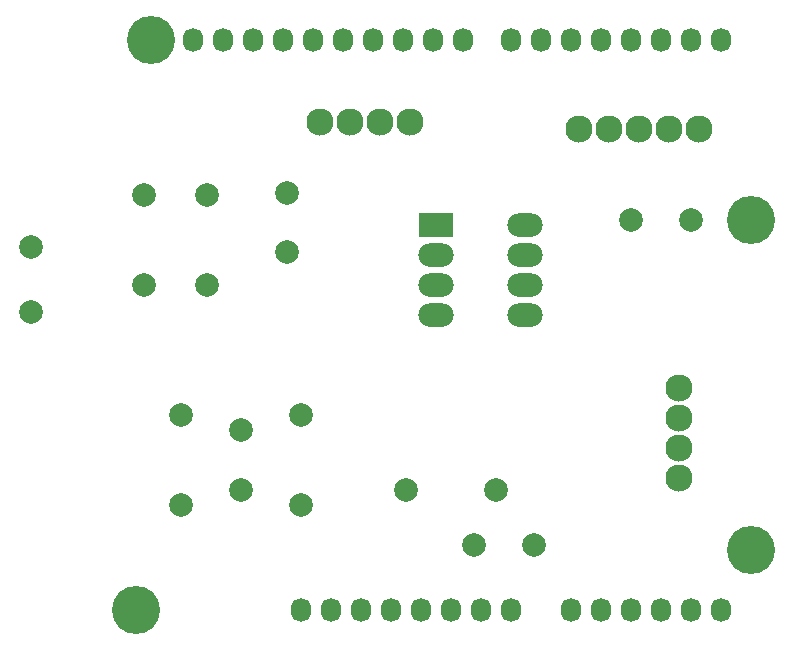
<source format=gbr>
%TF.GenerationSoftware,KiCad,Pcbnew,(6.0.1)*%
%TF.CreationDate,2022-03-25T16:32:43+01:00*%
%TF.ProjectId,pcb_capteur,7063625f-6361-4707-9465-75722e6b6963,rev?*%
%TF.SameCoordinates,Original*%
%TF.FileFunction,Copper,L1,Top*%
%TF.FilePolarity,Positive*%
%FSLAX46Y46*%
G04 Gerber Fmt 4.6, Leading zero omitted, Abs format (unit mm)*
G04 Created by KiCad (PCBNEW (6.0.1)) date 2022-03-25 16:32:43*
%MOMM*%
%LPD*%
G01*
G04 APERTURE LIST*
%TA.AperFunction,ComponentPad*%
%ADD10O,1.727200X2.032000*%
%TD*%
%TA.AperFunction,ComponentPad*%
%ADD11C,4.064000*%
%TD*%
%TA.AperFunction,ComponentPad*%
%ADD12C,2.000000*%
%TD*%
%TA.AperFunction,ComponentPad*%
%ADD13C,2.300000*%
%TD*%
%TA.AperFunction,ComponentPad*%
%ADD14R,3.000000X2.000000*%
%TD*%
%TA.AperFunction,ComponentPad*%
%ADD15O,3.000000X2.000000*%
%TD*%
G04 APERTURE END LIST*
D10*
%TO.P,P1,1,Pin_1*%
%TO.N,unconnected-(P1-Pad1)*%
X138938000Y-123825000D03*
%TO.P,P1,2,Pin_2*%
%TO.N,/IOREF*%
X141478000Y-123825000D03*
%TO.P,P1,3,Pin_3*%
%TO.N,/Reset*%
X144018000Y-123825000D03*
%TO.P,P1,4,Pin_4*%
%TO.N,unconnected-(P1-Pad4)*%
X146558000Y-123825000D03*
%TO.P,P1,5,Pin_5*%
%TO.N,+5V*%
X149098000Y-123825000D03*
%TO.P,P1,6,Pin_6*%
%TO.N,GND*%
X151638000Y-123825000D03*
%TO.P,P1,7,Pin_7*%
X154178000Y-123825000D03*
%TO.P,P1,8,Pin_8*%
%TO.N,/Vin*%
X156718000Y-123825000D03*
%TD*%
%TO.P,P2,1,Pin_1*%
%TO.N,ADC*%
X161798000Y-123825000D03*
%TO.P,P2,2,Pin_2*%
%TO.N,/A1*%
X164338000Y-123825000D03*
%TO.P,P2,3,Pin_3*%
%TO.N,/A2*%
X166878000Y-123825000D03*
%TO.P,P2,4,Pin_4*%
%TO.N,/A3*%
X169418000Y-123825000D03*
%TO.P,P2,5,Pin_5*%
%TO.N,SDA*%
X171958000Y-123825000D03*
%TO.P,P2,6,Pin_6*%
%TO.N,SCL*%
X174498000Y-123825000D03*
%TD*%
%TO.P,P3,1,Pin_1*%
%TO.N,SCL*%
X129794000Y-75565000D03*
%TO.P,P3,2,Pin_2*%
%TO.N,SDA*%
X132334000Y-75565000D03*
%TO.P,P3,3,Pin_3*%
%TO.N,/AREF*%
X134874000Y-75565000D03*
%TO.P,P3,4,Pin_4*%
%TO.N,GND*%
X137414000Y-75565000D03*
%TO.P,P3,5,Pin_5*%
%TO.N,/13(SCK)*%
X139954000Y-75565000D03*
%TO.P,P3,6,Pin_6*%
%TO.N,/12(MISO)*%
X142494000Y-75565000D03*
%TO.P,P3,7,Pin_7*%
%TO.N,TX*%
X145034000Y-75565000D03*
%TO.P,P3,8,Pin_8*%
%TO.N,RX*%
X147574000Y-75565000D03*
%TO.P,P3,9,Pin_9*%
%TO.N,/9(\u002A\u002A)*%
X150114000Y-75565000D03*
%TO.P,P3,10,Pin_10*%
%TO.N,/8*%
X152654000Y-75565000D03*
%TD*%
%TO.P,P4,1,Pin_1*%
%TO.N,/7*%
X156718000Y-75565000D03*
%TO.P,P4,2,Pin_2*%
%TO.N,/6(\u002A\u002A)*%
X159258000Y-75565000D03*
%TO.P,P4,3,Pin_3*%
%TO.N,/5(\u002A\u002A)*%
X161798000Y-75565000D03*
%TO.P,P4,4,Pin_4*%
%TO.N,DATA*%
X164338000Y-75565000D03*
%TO.P,P4,5,Pin_5*%
%TO.N,CLK*%
X166878000Y-75565000D03*
%TO.P,P4,6,Pin_6*%
%TO.N,SW*%
X169418000Y-75565000D03*
%TO.P,P4,7,Pin_7*%
%TO.N,/1(Tx)*%
X171958000Y-75565000D03*
%TO.P,P4,8,Pin_8*%
%TO.N,/0(Rx)*%
X174498000Y-75565000D03*
%TD*%
D11*
%TO.P,P5,1,Pin_1*%
%TO.N,unconnected-(P5-Pad1)*%
X124968000Y-123825000D03*
%TD*%
%TO.P,P6,1,Pin_1*%
%TO.N,unconnected-(P6-Pad1)*%
X177038000Y-118745000D03*
%TD*%
%TO.P,P7,1,Pin_1*%
%TO.N,unconnected-(P7-Pad1)*%
X126238000Y-75565000D03*
%TD*%
%TO.P,P8,1,Pin_1*%
%TO.N,unconnected-(P8-Pad1)*%
X177038000Y-90805000D03*
%TD*%
D12*
%TO.P,C2,1*%
%TO.N,ADC*%
X158656722Y-118383120D03*
%TO.P,C2,2*%
%TO.N,GND*%
X153576722Y-118383120D03*
%TD*%
%TO.P,R5,1*%
%TO.N,Net-(C4-Pad1)*%
X147828000Y-113665000D03*
%TO.P,R5,2*%
%TO.N,ADC*%
X155448000Y-113665000D03*
%TD*%
%TO.P,C4,1*%
%TO.N,Net-(C4-Pad1)*%
X137749529Y-93583824D03*
%TO.P,C4,2*%
%TO.N,IN-*%
X137749529Y-88583824D03*
%TD*%
%TO.P,C1,1*%
%TO.N,IN+*%
X133858000Y-108585000D03*
%TO.P,C1,2*%
%TO.N,GND*%
X133858000Y-113665000D03*
%TD*%
D13*
%TO.P,U1,1,SDA*%
%TO.N,SDA*%
X170937843Y-112648411D03*
%TO.P,U1,2,SCL*%
%TO.N,SCL*%
X170937843Y-110108411D03*
%TO.P,U1,3,VCC*%
%TO.N,+5V*%
X170937843Y-107568411D03*
%TO.P,U1,4,GND*%
%TO.N,GND*%
X170937843Y-105028411D03*
%TD*%
D14*
%TO.P,U2,1,NC_2*%
%TO.N,unconnected-(U2-Pad1)*%
X150418000Y-91285000D03*
D15*
%TO.P,U2,2,IN-*%
%TO.N,IN-*%
X150418000Y-93825000D03*
%TO.P,U2,3,IN+*%
%TO.N,IN+*%
X150418000Y-96365000D03*
%TO.P,U2,4,V-*%
%TO.N,GND*%
X150418000Y-98905000D03*
%TO.P,U2,5,EXTCLKINPUT*%
%TO.N,unconnected-(U2-Pad5)*%
X157938000Y-98905000D03*
%TO.P,U2,6,OUT*%
%TO.N,Net-(C4-Pad1)*%
X157938000Y-96365000D03*
%TO.P,U2,7,V+*%
%TO.N,+5V*%
X157938000Y-93825000D03*
%TO.P,U2,8,NC*%
%TO.N,unconnected-(U2-Pad8)*%
X157938000Y-91285000D03*
%TD*%
D13*
%TO.P,U3,1,VCC*%
%TO.N,+5V*%
X148203881Y-82514960D03*
%TO.P,U3,2,GND*%
%TO.N,GND*%
X145663881Y-82514960D03*
%TO.P,U3,3,TXD*%
%TO.N,RX*%
X143123881Y-82514960D03*
%TO.P,U3,4,RXD*%
%TO.N,TX*%
X140583881Y-82514960D03*
%TD*%
D12*
%TO.P,C3,1*%
%TO.N,+5V*%
X166878000Y-90805000D03*
%TO.P,C3,2*%
%TO.N,GND*%
X171958000Y-90805000D03*
%TD*%
%TO.P,R2,1*%
%TO.N,IN-*%
X125685173Y-88759091D03*
%TO.P,R2,2*%
%TO.N,GND*%
X125685173Y-96379091D03*
%TD*%
%TO.P,R1,1*%
%TO.N,IN+*%
X138938000Y-107315000D03*
%TO.P,R1,2*%
%TO.N,GND*%
X138938000Y-114935000D03*
%TD*%
%TO.P,R4,1*%
%TO.N,Net-(R4-Pad1)*%
X128778000Y-114935000D03*
%TO.P,R4,2*%
%TO.N,IN+*%
X128778000Y-107315000D03*
%TD*%
%TO.P,R6,1*%
%TO.N,Net-(R4-Pad1)*%
X116078000Y-98635000D03*
%TO.P,R6,2*%
%TO.N,+5V*%
X116078000Y-93135000D03*
%TD*%
D13*
%TO.P,U4,1,CLK*%
%TO.N,CLK*%
X162522183Y-83116529D03*
%TO.P,U4,2,DATA*%
%TO.N,DATA*%
X165062183Y-83116529D03*
%TO.P,U4,3,SW*%
%TO.N,SW*%
X167602183Y-83116529D03*
%TO.P,U4,4,VCC*%
%TO.N,+5V*%
X170142183Y-83116529D03*
%TO.P,U4,5,GND*%
%TO.N,GND*%
X172682183Y-83116529D03*
%TD*%
D12*
%TO.P,R3,1*%
%TO.N,Net-(C4-Pad1)*%
X130998000Y-96365000D03*
%TO.P,R3,2*%
%TO.N,IN-*%
X130998000Y-88745000D03*
%TD*%
M02*

</source>
